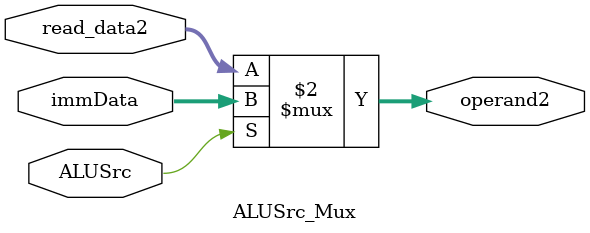
<source format=v>
`timescale 1ns / 1ps


module ALUSrc_Mux(
    input [31:0] read_data2,
    input [31:0] immData,
    input ALUSrc,
    output [31:0] operand2
    );
    
    assign operand2 = (ALUSrc == 1'b0) ? read_data2 : immData;
    
endmodule

</source>
